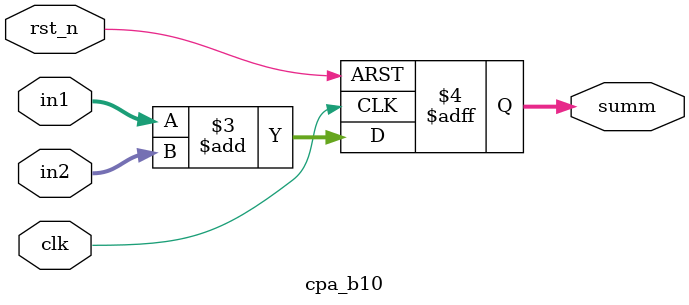
<source format=v>
module cpa_b10 (
input clk,
input rst_n,
input [9:0] in1,
input [9:0] in2,
output reg [10:0] summ
);

always @ (posedge clk or negedge rst_n) begin
	if (rst_n == 1'b0) begin
		summ	<= 11'b0;
	end else begin
		summ	<= in1 + in2;
	end
end

endmodule

</source>
